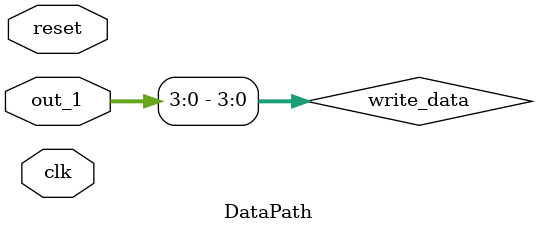
<source format=v>
`timescale 1ns / 1ps

module DataPath(
    input clk,reset,
    input [3:0] out_1
    );
    
    wire [31:0] pc,next,instruction,imm,alu_result,read_data,write_data,read_data1,read_data2,aluI2,mem_read_data;
    wire [3:0] alu_ctr;
    wire [1:0] alu_op;
    wire branch,memread,memreg,memwrite,alusrc,regwrite,N_flag,Z_flag,C_flag,V_flag;
    
    PC p1 (.clk(clk),.reset(reset),.next(next),.pc(pc));
    
    Instruction_Mem im1 (.PC(pc),.reset(reset),.instruction(instruction));
    
    Control c1 (.opcode(instruction[6:0]),.branch(branch),.memread(memread),.memreg(memreg),.memwrite(memwrite),.alusrc(alusrc),.regwrite(regwrite),.aluop(alu_op));
    
    ImmGen ig1(.instruction(instruction),.out(imm));
    
    Registers #(32) r1(.clk(clk),.reg_write(regwrite),.reset(reset),.read_reg1(instruction[19:15]),.read_reg2(instruction[24:20]),.write_reg(instruction[11:7]),.write_data(write_data),.read_data1(read_data1),.read_data2(read_data2));
    
    ALU_CONTROL ac1 (.aluop(alu_op),.funct({instruction[30],instruction[14:12]}),.alu_ctr(alu_ctr));
    
    ALU #(32) a1 (.I1(read_data1),.I2(aluI2),.alu_ctr(alu_ctr),.out(alu_result),.N_flag(N_flag),.Z_flag(Z_flag),.C_flag(C_flag),.V_flag(V_flag));
    
//    MUX2x1 m1 (.I0(read_data2),.I1(imm),.sel(alusrc),.out(aluI2));
    assign aluI2 = alusrc?imm:read_data2;
    
    Data_Memory #(32) dm1 (.clk(clk),.mem_write(memwrite),.mem_read(memread),.address(alu_result),.write_data(read_data2),.read_data(mem_read_data));
    
//    MUX2x1 m2 (.I0(alu_result),.I1(mem_read_data),.sel(memreg),.out(write_data));
    assign write_data = memreg?mem_read_data:alu_result;
        
    wire [31:0] pc_4,bt;
    
//    ADD add1 (.a(pc),.b(imm),.sum(bt));
    assign bt = imm+pc;    
    
//    ADD add2 (.a(pc),.b(32'd4),.sum(pc_4));
    assign pc_4 = pc+4;
    
//    MUX2x1 m3 (.I0(pc_4),.I1(bt),.sel(branch&Z_flag),.out(next));
    assign next = (branch&Z_flag)?bt:pc_4;
    
    assign out_1 = write_data[3:0];
        
endmodule
</source>
